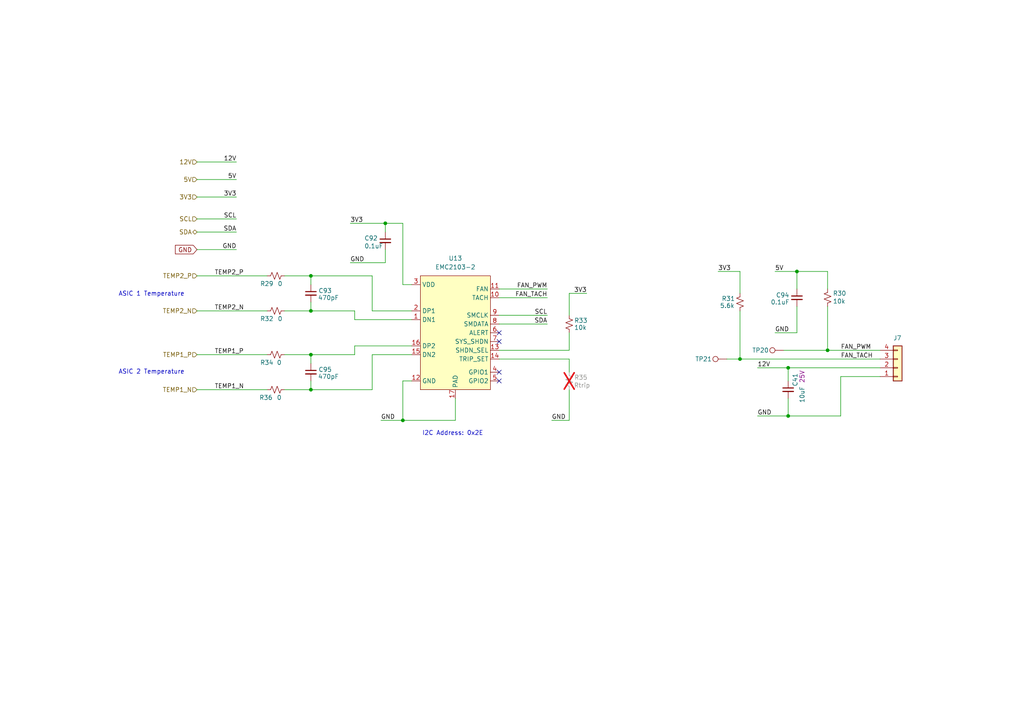
<source format=kicad_sch>
(kicad_sch (version 20250114) (generator "eeschema") (generator_version "9.0")
  (paper "A4")
  (title_block (title "bitaxeGamma Turbo") (date "2025-05-12") (rev "800xxx"))
  (lib_symbols
    (symbol "Connector:TestPoint" (pin_numbers (hide yes)) (pin_names (offset 0.762) (hide yes))
      (property "Reference" "TP" (at 0 6.858 0))
      (property "Value" "TestPoint" (at 0 5.08 0))
      (symbol "TestPoint_0_1"
        (circle (center 0 3.302) (radius 0.762))
      )
      (symbol "TestPoint_1_1"
        (pin passive line (at 0 0 90) (length 2.54) (name "1") (number "1"))
      )
    )
    (symbol "Connector_Generic:Conn_01x04" (pin_names (offset 1.016) (hide yes))
      (property "Reference" "J" (at 0 5.08 0))
      (property "Value" "Conn_01x04" (at 0 -7.62 0))
      (symbol "Conn_01x04_1_1"
        (rectangle (start -1.27 3.81) (end 1.27 -6.35) (stroke (width 0.254)) (fill (type background)))
        (rectangle (start -1.27 2.667) (end 0 2.413) (stroke (width 0.1524)))
        (rectangle (start -1.27 0.127) (end 0 -0.127) (stroke (width 0.1524)))
        (rectangle (start -1.27 -2.413) (end 0 -2.667) (stroke (width 0.1524)))
        (rectangle (start -1.27 -4.953) (end 0 -5.207) (stroke (width 0.1524)))
        (pin passive line (at -5.08 2.54 0) (length 3.81) (name "Pin_1") (number "1"))
        (pin passive line (at -5.08 0 0) (length 3.81) (name "Pin_2") (number "2"))
        (pin passive line (at -5.08 -2.54 0) (length 3.81) (name "Pin_3") (number "3"))
        (pin passive line (at -5.08 -5.08 0) (length 3.81) (name "Pin_4") (number "4"))
      )
    )
    (symbol "Device:C_Small" (pin_numbers (hide yes)) (pin_names (offset 0.254) (hide yes))
      (property "Reference" "C" (at 0.254 1.778 0))
      (property "Value" "C_Small" (at 0.254 -2.032 0))
      (symbol "C_Small_0_1"
        (polyline (pts (xy -1.524 0.508) (xy 1.524 0.508)) (stroke (width 0.3048)))
        (polyline (pts (xy -1.524 -0.508) (xy 1.524 -0.508)) (stroke (width 0.3302)))
      )
      (symbol "C_Small_1_1"
        (pin passive line (at 0 2.54 270) (length 2.032) (name "~") (number "1"))
        (pin passive line (at 0 -2.54 90) (length 2.032) (name "~") (number "2"))
      )
    )
    (symbol "Device:R_Small_US" (pin_numbers (hide yes)) (pin_names (offset 0.254) (hide yes))
      (property "Reference" "R" (at 0.762 0.508 0))
      (property "Value" "R_Small_US" (at 0.762 -1.016 0))
      (symbol "R_Small_US_1_1"
        (polyline (pts (xy 0 1.524) (xy 1.016 1.143) (xy 0 0.762) (xy -1.016 0.381) (xy 0 0)))
        (polyline (pts (xy 0 0) (xy 1.016 -0.381) (xy 0 -0.762) (xy -1.016 -1.143) (xy 0 -1.524)))
        (pin passive line (at 0 2.54 270) (length 1.016) (name "~") (number "1"))
        (pin passive line (at 0 -2.54 90) (length 1.016) (name "~") (number "2"))
      )
    )
    (symbol "bitaxe:EMC2103-2"
      (property "Reference" "U" (at 6.604 17.78 0))
      (property "Value" "EMC2103-2" (at -5.08 18.034 0))
      (symbol "EMC2103-2_0_1"
        (rectangle (start -10.16 16.51) (end 10.16 -16.51) (stroke (width 0.1524)) (fill (type background)))
      )
      (symbol "EMC2103-2_1_1"
        (pin power_in line (at -12.7 13.97 0) (length 2.54) (name "VDD") (number "3"))
        (pin input line (at -12.7 6.35 0) (length 2.54) (name "DP1") (number "2"))
        (pin input line (at -12.7 3.81 0) (length 2.54) (name "DN1") (number "1"))
        (pin input line (at -12.7 -3.81 0) (length 2.54) (name "DP2") (number "16"))
        (pin input line (at -12.7 -6.35 0) (length 2.54) (name "DN2") (number "15"))
        (pin power_in line (at -12.7 -13.97 0) (length 2.54) (name "GND") (number "12"))
        (pin power_in line (at 0 -19.05 90) (length 2.54) (name "PAD") (number "17"))
        (pin output line (at 12.7 12.7 180) (length 2.54) (name "FAN") (number "11"))
        (pin input line (at 12.7 10.16 180) (length 2.54) (name "TACH") (number "10"))
        (pin input line (at 12.7 5.08 180) (length 2.54) (name "SMCLK") (number "9"))
        (pin input line (at 12.7 2.54 180) (length 2.54) (name "SMDATA") (number "8"))
        (pin input line (at 12.7 0 180) (length 2.54) (name "ALERT") (number "6"))
        (pin output line (at 12.7 -2.54 180) (length 2.54) (name "SYS_SHDN") (number "7"))
        (pin output line (at 12.7 -5.08 180) (length 2.54) (name "SHDN_SEL") (number "13"))
        (pin input line (at 12.7 -7.62 180) (length 2.54) (name "TRIP_SET") (number "14"))
        (pin input line (at 12.7 -11.43 180) (length 2.54) (name "GPIO1") (number "4"))
        (pin input line (at 12.7 -13.97 180) (length 2.54) (name "GPIO2") (number "5"))
      )
    )
  )
  (text "I2C Address: 0x2E" (at 131.318 125.73 0) (effects (font (size 1.27 1.27))))
  (text "ASIC 2 Temperature" (at 43.942 107.95 0) (effects (font (size 1.27 1.27))))
  (text "ASIC 1 Temperature" (at 43.942 85.344 0) (effects (font (size 1.27 1.27))))
  (junction (at 90.17 80.01))
  (junction (at 231.14 78.74))
  (junction (at 90.17 113.03))
  (junction (at 228.6 120.65))
  (junction (at 240.03 101.6))
  (junction (at 111.76 64.77))
  (junction (at 228.6 106.68))
  (junction (at 90.17 102.87))
  (junction (at 116.84 121.92))
  (junction (at 214.63 104.14))
  (junction (at 90.17 90.17))
  (no_connect (at 144.78 110.49))
  (no_connect (at 144.78 107.95))
  (no_connect (at 144.78 96.52))
  (no_connect (at 144.78 99.06))
  (wire (pts (xy 82.55 113.03) (xy 90.17 113.03)))
  (wire (pts (xy 240.03 88.9) (xy 240.03 101.6)))
  (wire (pts (xy 231.14 96.52) (xy 224.79 96.52)))
  (wire (pts (xy 102.87 92.71) (xy 119.38 92.71)))
  (wire (pts (xy 107.95 90.17) (xy 119.38 90.17)))
  (wire (pts (xy 243.84 109.22) (xy 255.27 109.22)))
  (wire (pts (xy 90.17 102.87) (xy 102.87 102.87)))
  (wire (pts (xy 231.14 78.74) (xy 231.14 83.82)))
  (wire (pts (xy 228.6 106.68) (xy 255.27 106.68)))
  (wire (pts (xy 90.17 110.49) (xy 90.17 113.03)))
  (wire (pts (xy 102.87 100.33) (xy 119.38 100.33)))
  (wire (pts (xy 231.14 88.9) (xy 231.14 96.52)))
  (wire (pts (xy 90.17 90.17) (xy 102.87 90.17)))
  (wire (pts (xy 116.84 110.49) (xy 116.84 121.92)))
  (wire (pts (xy 57.15 52.07) (xy 68.58 52.07)))
  (wire (pts (xy 243.84 109.22) (xy 243.84 120.65)))
  (wire (pts (xy 119.38 82.55) (xy 116.84 82.55)))
  (wire (pts (xy 90.17 102.87) (xy 90.17 105.41)))
  (wire (pts (xy 57.15 113.03) (xy 77.47 113.03)))
  (wire (pts (xy 57.15 46.99) (xy 68.58 46.99)))
  (wire (pts (xy 101.6 64.77) (xy 111.76 64.77)))
  (wire (pts (xy 107.95 80.01) (xy 107.95 90.17)))
  (wire (pts (xy 165.1 91.44) (xy 165.1 85.09)))
  (wire (pts (xy 240.03 83.82) (xy 240.03 78.74)))
  (wire (pts (xy 240.03 78.74) (xy 231.14 78.74)))
  (wire (pts (xy 144.78 91.44) (xy 158.75 91.44)))
  (wire (pts (xy 214.63 104.14) (xy 255.27 104.14)))
  (wire (pts (xy 102.87 90.17) (xy 102.87 92.71)))
  (wire (pts (xy 228.6 120.65) (xy 243.84 120.65)))
  (wire (pts (xy 231.14 78.74) (xy 224.79 78.74)))
  (wire (pts (xy 165.1 104.14) (xy 165.1 107.95)))
  (wire (pts (xy 165.1 85.09) (xy 170.18 85.09)))
  (wire (pts (xy 165.1 113.03) (xy 165.1 121.92)))
  (wire (pts (xy 144.78 101.6) (xy 165.1 101.6)))
  (wire (pts (xy 57.15 80.01) (xy 77.47 80.01)))
  (wire (pts (xy 107.95 102.87) (xy 119.38 102.87)))
  (wire (pts (xy 165.1 101.6) (xy 165.1 96.52)))
  (wire (pts (xy 208.28 78.74) (xy 214.63 78.74)))
  (wire (pts (xy 107.95 113.03) (xy 107.95 102.87)))
  (wire (pts (xy 57.15 72.39) (xy 68.58 72.39)))
  (wire (pts (xy 240.03 101.6) (xy 255.27 101.6)))
  (wire (pts (xy 214.63 90.17) (xy 214.63 104.14)))
  (wire (pts (xy 144.78 104.14) (xy 165.1 104.14)))
  (wire (pts (xy 132.08 121.92) (xy 116.84 121.92)))
  (wire (pts (xy 119.38 110.49) (xy 116.84 110.49)))
  (wire (pts (xy 57.15 57.15) (xy 68.58 57.15)))
  (wire (pts (xy 210.82 104.14) (xy 214.63 104.14)))
  (wire (pts (xy 111.76 72.39) (xy 111.76 76.2)))
  (wire (pts (xy 82.55 80.01) (xy 90.17 80.01)))
  (wire (pts (xy 57.15 90.17) (xy 77.47 90.17)))
  (wire (pts (xy 90.17 113.03) (xy 107.95 113.03)))
  (wire (pts (xy 227.33 101.6) (xy 240.03 101.6)))
  (wire (pts (xy 111.76 64.77) (xy 111.76 67.31)))
  (wire (pts (xy 132.08 115.57) (xy 132.08 121.92)))
  (wire (pts (xy 102.87 102.87) (xy 102.87 100.33)))
  (wire (pts (xy 214.63 85.09) (xy 214.63 78.74)))
  (wire (pts (xy 57.15 67.31) (xy 68.58 67.31)))
  (wire (pts (xy 144.78 86.36) (xy 158.75 86.36)))
  (wire (pts (xy 219.71 120.65) (xy 228.6 120.65)))
  (wire (pts (xy 219.71 106.68) (xy 228.6 106.68)))
  (wire (pts (xy 228.6 106.68) (xy 228.6 110.49)))
  (wire (pts (xy 160.02 121.92) (xy 165.1 121.92)))
  (wire (pts (xy 90.17 80.01) (xy 90.17 82.55)))
  (wire (pts (xy 90.17 80.01) (xy 107.95 80.01)))
  (wire (pts (xy 82.55 90.17) (xy 90.17 90.17)))
  (wire (pts (xy 90.17 90.17) (xy 90.17 87.63)))
  (wire (pts (xy 144.78 83.82) (xy 158.75 83.82)))
  (wire (pts (xy 110.49 121.92) (xy 116.84 121.92)))
  (wire (pts (xy 57.15 63.5) (xy 68.58 63.5)))
  (wire (pts (xy 101.6 76.2) (xy 111.76 76.2)))
  (wire (pts (xy 111.76 64.77) (xy 116.84 64.77)))
  (wire (pts (xy 57.15 102.87) (xy 77.47 102.87)))
  (wire (pts (xy 228.6 115.57) (xy 228.6 120.65)))
  (wire (pts (xy 116.84 82.55) (xy 116.84 64.77)))
  (wire (pts (xy 82.55 102.87) (xy 90.17 102.87)))
  (wire (pts (xy 144.78 93.98) (xy 158.75 93.98)))
  (label "GND" (at 224.79 96.52 0))
  (label "GND" (at 110.49 121.92 0))
  (label "GND" (at 68.58 72.39 180))
  (label "12V" (at 219.71 106.68 0))
  (label "5V" (at 68.58 52.07 180))
  (label "TEMP1_N" (at 62.23 113.03 0))
  (label "GND" (at 160.02 121.92 0))
  (label "5V" (at 224.79 78.74 0))
  (label "TEMP1_P" (at 62.23 102.87 0))
  (label "TEMP2_P" (at 62.23 80.01 0))
  (label "3V3" (at 101.6 64.77 0))
  (label "TEMP2_N" (at 62.23 90.17 0))
  (label "FAN_PWM" (at 158.75 83.82 180))
  (label "SCL" (at 158.75 91.44 180))
  (label "FAN_TACH" (at 243.84 104.14 0))
  (label "FAN_PWM" (at 243.84 101.6 0))
  (label "12V" (at 68.58 46.99 180))
  (label "GND" (at 101.6 76.2 0))
  (label "3V3" (at 208.28 78.74 0))
  (label "SDA" (at 158.75 93.98 180))
  (label "3V3" (at 68.58 57.15 180))
  (label "SDA" (at 68.58 67.31 180))
  (label "FAN_TACH" (at 158.75 86.36 180))
  (label "SCL" (at 68.58 63.5 180))
  (label "GND" (at 219.71 120.65 0))
  (label "3V3" (at 170.18 85.09 180))
  (global_label "GND" (shape input) (at 57.15 72.39 180) (property "Intersheetrefs" "${INTERSHEET_REFS}" (effects (hide yes))))
  (hierarchical_label "SDA" (shape bidirectional) (at 57.15 67.31 180))
  (hierarchical_label "3V3" (shape input) (at 57.15 57.15 180))
  (hierarchical_label "TEMP2_N" (shape input) (at 57.15 90.17 180))
  (hierarchical_label "SCL" (shape input) (at 57.15 63.5 180))
  (hierarchical_label "12V" (shape input) (at 57.15 46.99 180))
  (hierarchical_label "TEMP1_N" (shape input) (at 57.15 113.03 180))
  (hierarchical_label "TEMP2_P" (shape input) (at 57.15 80.01 180))
  (hierarchical_label "TEMP1_P" (shape input) (at 57.15 102.87 180))
  (hierarchical_label "5V" (shape input) (at 57.15 52.07 180))
  (symbol (lib_id "Connector:TestPoint") (at 210.82 104.14 90) (mirror x) (unit 1) (in_bom no)
    (property "Reference" "TP21" (at 206.502 104.14 90) (effects (justify left)))
    (property "Value" "TestPoint" (effects (hide yes)))
    (property "Footprint" "TestPoint:TestPoint_Pad_D1.0mm" (effects (hide yes)))
    (property "Description" "test point" (effects (hide yes)))
  )
  (symbol (lib_id "Device:R_Small_US") (at 80.01 102.87 270) (unit 1)
    (property "Reference" "R34" (at 75.438 105.156 90) (effects (justify left)))
    (property "Value" "0" (at 80.264 105.156 90) (effects (justify left)))
    (property "Footprint" "Resistor_SMD:R_0402_1005Metric" (effects (hide yes)))
    (property "Description" "Resistor, small US symbol" (effects (hide yes)))
    (property "DK" "311-0.0JRCT-ND" (effects (hide yes)))
    (property "PARTNO" "RC0402JR-070RL" (effects (hide yes)))
    (property "LCSC" "C60485" (effects (hide yes)))
  )
  (symbol (lib_id "Device:R_Small_US") (at 165.1 110.49 180) (unit 1) (in_bom no) (dnp yes)
    (property "Reference" "R35" (at 170.434 109.474 0) (effects (justify left)))
    (property "Value" "Rtrip" (at 171.196 111.76 0) (effects (justify left)))
    (property "Footprint" "Resistor_SMD:R_0402_1005Metric" (effects (hide yes)))
    (property "Description" "Resistor, small US symbol" (effects (hide yes)))
  )
  (symbol (lib_id "bitaxe:EMC2103-2") (at 132.08 96.52 0) (unit 1)
    (property "Reference" "U13" (at 132.08 74.93 0))
    (property "Value" "EMC2103-2" (at 132.08 77.47 0))
    (property "Footprint" "Package_DFN_QFN:QFN-16-1EP_4x4mm_P0.65mm_EP2.1x2.1mm" (effects (hide yes)))
    (property "Datasheet" "https://ww1.microchip.com/downloads/en/DeviceDoc/20005250.pdf" (effects (hide yes)))
    (property "DK" "150-EMC2103-4-AP-CT-ND" (effects (hide yes)))
    (property "PARTNO" "EMC2103-4-AP-TR" (effects (hide yes)))
  )
  (symbol (lib_id "Device:C_Small") (at 90.17 85.09 0) (unit 1)
    (property "Reference" "C93" (at 96.266 84.328 0) (effects (justify right)))
    (property "Value" "470pF" (at 98.298 86.36 0) (effects (justify right)))
    (property "Footprint" "Capacitor_SMD:C_0402_1005Metric" (effects (hide yes)))
    (property "Datasheet" "https://datasheets.kyocera-avx.com/KGM_X7R.pdf" (effects (hide yes)))
    (property "Description" "Unpolarized capacitor, small symbol" (effects (hide yes)))
    (property "PARTNO" "GRM1555C1H471JA01D" (effects (hide yes)))
    (property "DK" "490-1297-1-ND" (effects (hide yes)))
    (property "LCSC" "C76971" (effects (hide yes)))
  )
  (symbol (lib_id "Device:R_Small_US") (at 165.1 93.98 180) (unit 1)
    (property "Reference" "R33" (at 170.434 92.964 0) (effects (justify left)))
    (property "Value" "10k" (at 170.18 94.996 0) (effects (justify left)))
    (property "Footprint" "Resistor_SMD:R_0402_1005Metric" (effects (hide yes)))
    (property "Description" "Resistor, small US symbol" (effects (hide yes)))
    (property "DK" "311-10KJRCT-ND" (effects (hide yes)))
    (property "PARTNO" "RC0402JR-0710KL" (effects (hide yes)))
    (property "LCSC" "C60489" (effects (hide yes)))
  )
  (symbol (lib_id "Device:R_Small_US") (at 240.03 86.36 0) (mirror x) (unit 1)
    (property "Reference" "R30" (at 241.554 85.09 0) (effects (justify left)))
    (property "Value" "10k" (at 241.554 87.376 0) (effects (justify left)))
    (property "Footprint" "Resistor_SMD:R_0402_1005Metric" (effects (hide yes)))
    (property "Datasheet" "https://www.yageo.com/upload/media/product/products/datasheet/rchip/PYu-RC_Group_51_RoHS_L_12.pdf" (effects (hide yes)))
    (property "Description" "Resistor, small US symbol" (effects (hide yes)))
    (property "PARTNO" "RC0402JR-0710KL" (effects (hide yes)))
    (property "DK" "311-10KJRCT-ND" (effects (hide yes)))
    (property "LCSC" "C60489" (effects (hide yes)))
  )
  (symbol (lib_id "Connector:TestPoint") (at 227.33 101.6 90) (mirror x) (unit 1) (in_bom no)
    (property "Reference" "TP20" (at 223.012 101.6 90) (effects (justify left)))
    (property "Value" "TestPoint" (effects (hide yes)))
    (property "Footprint" "TestPoint:TestPoint_Pad_D1.0mm" (effects (hide yes)))
    (property "Description" "test point" (effects (hide yes)))
  )
  (symbol (lib_id "Device:C_Small") (at 90.17 107.95 0) (unit 1)
    (property "Reference" "C95" (at 96.266 107.188 0) (effects (justify right)))
    (property "Value" "470pF" (at 98.298 109.22 0) (effects (justify right)))
    (property "Footprint" "Capacitor_SMD:C_0402_1005Metric" (effects (hide yes)))
    (property "Datasheet" "https://datasheets.kyocera-avx.com/KGM_X7R.pdf" (effects (hide yes)))
    (property "Description" "Unpolarized capacitor, small symbol" (effects (hide yes)))
    (property "PARTNO" "GRM1555C1H471JA01D" (effects (hide yes)))
    (property "DK" "490-1297-1-ND" (effects (hide yes)))
    (property "LCSC" "C76971" (effects (hide yes)))
  )
  (symbol (lib_id "Connector_Generic:Conn_01x04") (at 260.35 106.68 0) (mirror x) (unit 1)
    (property "Reference" "J7" (at 259.08 98.044 0) (effects (justify left)))
    (property "Value" "Conn_01x04" (effects (hide yes)))
    (property "Footprint" "bitaxe:470531000" (effects (hide yes)))
    (property "Description" "Generic connector, single row, 01x04, script generated (kicad-library-utils/schlib/autogen/connector/)" (effects (hide yes)))
    (property "DK" "WM4330-ND" (effects (hide yes)))
    (property "PARTNO" "0470531000" (effects (hide yes)))
    (property "LCSC" "C240840" (effects (hide yes)))
  )
  (symbol (lib_id "Device:R_Small_US") (at 80.01 113.03 270) (unit 1)
    (property "Reference" "R36" (at 75.184 115.316 90) (effects (justify left)))
    (property "Value" "0" (at 80.264 115.316 90) (effects (justify left)))
    (property "Footprint" "Resistor_SMD:R_0402_1005Metric" (effects (hide yes)))
    (property "Description" "Resistor, small US symbol" (effects (hide yes)))
    (property "DK" "311-0.0JRCT-ND" (effects (hide yes)))
    (property "PARTNO" "RC0402JR-070RL" (effects (hide yes)))
    (property "LCSC" "C60485" (effects (hide yes)))
  )
  (symbol (lib_id "Device:R_Small_US") (at 214.63 87.63 0) (mirror x) (unit 1)
    (property "Reference" "R31" (at 209.296 86.614 0) (effects (justify left)))
    (property "Value" "5.6k" (at 208.788 88.646 0) (effects (justify left)))
    (property "Footprint" "Resistor_SMD:R_0402_1005Metric" (effects (hide yes)))
    (property "Description" "Resistor, small US symbol" (effects (hide yes)))
    (property "DK" "311-5.6KLRCT-ND" (effects (hide yes)))
    (property "PARTNO" "RC0402FR-075K6L" (effects (hide yes)))
    (property "LCSC" "C163457" (effects (hide yes)))
  )
  (symbol (lib_id "Device:C_Small") (at 111.76 69.85 0) (mirror y) (unit 1)
    (property "Reference" "C92" (at 105.664 69.088 0) (effects (justify right)))
    (property "Value" "0.1uF" (at 105.664 71.374 0) (effects (justify right)))
    (property "Footprint" "Capacitor_SMD:C_0402_1005Metric" (effects (hide yes)))
    (property "Datasheet" "https://datasheets.kyocera-avx.com/KGM_X7R.pdf" (effects (hide yes)))
    (property "Description" "Unpolarized capacitor, small symbol" (effects (hide yes)))
    (property "PARTNO" "KGM05AR71C104KH" (effects (hide yes)))
    (property "DK" "478-KGM05AR71C104KHCT-ND" (effects (hide yes)))
    (property "LCSC" "C5137487" (effects (hide yes)))
  )
  (symbol (lib_id "Device:C_Small") (at 231.14 86.36 0) (mirror y) (unit 1)
    (property "Reference" "C94" (at 225.044 85.598 0) (effects (justify right)))
    (property "Value" "0.1uF" (at 223.52 87.63 0) (effects (justify right)))
    (property "Footprint" "Capacitor_SMD:C_0402_1005Metric" (effects (hide yes)))
    (property "Datasheet" "https://datasheets.kyocera-avx.com/KGM_X7R.pdf" (effects (hide yes)))
    (property "Description" "Unpolarized capacitor, small symbol" (effects (hide yes)))
    (property "PARTNO" "KGM05AR71C104KH" (effects (hide yes)))
    (property "DK" "478-KGM05AR71C104KHCT-ND" (effects (hide yes)))
    (property "LCSC" "C5137487" (effects (hide yes)))
  )
  (symbol (lib_id "Device:R_Small_US") (at 80.01 90.17 270) (unit 1)
    (property "Reference" "R32" (at 75.438 92.456 90) (effects (justify left)))
    (property "Value" "0" (at 80.518 92.456 90) (effects (justify left)))
    (property "Footprint" "Resistor_SMD:R_0402_1005Metric" (effects (hide yes)))
    (property "Description" "Resistor, small US symbol" (effects (hide yes)))
    (property "DK" "311-0.0JRCT-ND" (effects (hide yes)))
    (property "PARTNO" "RC0402JR-070RL" (effects (hide yes)))
    (property "LCSC" "C60485" (effects (hide yes)))
  )
  (symbol (lib_id "Device:C_Small") (at 228.6 113.03 0) (unit 1)
    (property "Reference" "C41" (at 230.632 108.204 90) (effects (justify right)))
    (property "Value" "10uF" (at 232.664 112.014 90) (effects (justify right)))
    (property "Footprint" "Capacitor_SMD:C_0603_1608Metric" (effects (hide yes)))
    (property "Description" "Unpolarized capacitor, small symbol" (effects (hide yes)))
    (property "Voltage" "25V" (at 232.664 109.22 90))
    (property "PARTNO" "GRM188R61E106KA73D" (effects (hide yes)))
    (property "DK" "490-18214-1-ND" (effects (hide yes)))
    (property "LCSC" "C344022" (effects (hide yes)))
  )
  (symbol (lib_id "Device:R_Small_US") (at 80.01 80.01 270) (unit 1)
    (property "Reference" "R29" (at 75.438 82.296 90) (effects (justify left)))
    (property "Value" "0" (at 80.518 82.296 90) (effects (justify left)))
    (property "Footprint" "Resistor_SMD:R_0402_1005Metric" (effects (hide yes)))
    (property "Description" "Resistor, small US symbol" (effects (hide yes)))
    (property "DK" "311-0.0JRCT-ND" (effects (hide yes)))
    (property "PARTNO" "RC0402JR-070RL" (effects (hide yes)))
    (property "LCSC" "C60485" (effects (hide yes)))
  )
)
</source>
